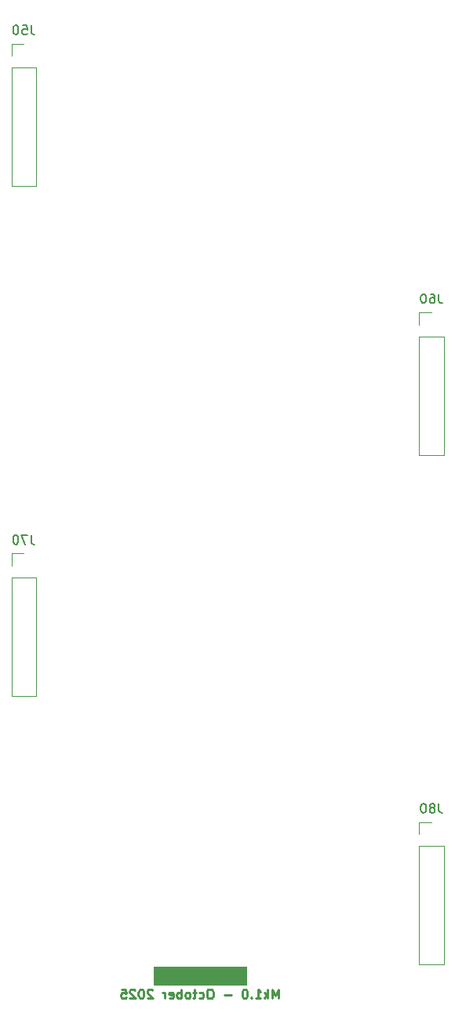
<source format=gbo>
%TF.GenerationSoftware,KiCad,Pcbnew,9.0.4*%
%TF.CreationDate,2025-10-04T20:25:53+02:00*%
%TF.ProjectId,DMH_VCA_Bank_PCB_2,444d485f-5643-4415-9f42-616e6b5f5043,1*%
%TF.SameCoordinates,Original*%
%TF.FileFunction,Legend,Bot*%
%TF.FilePolarity,Positive*%
%FSLAX46Y46*%
G04 Gerber Fmt 4.6, Leading zero omitted, Abs format (unit mm)*
G04 Created by KiCad (PCBNEW 9.0.4) date 2025-10-04 20:25:53*
%MOMM*%
%LPD*%
G01*
G04 APERTURE LIST*
%ADD10C,0.100000*%
%ADD11C,0.250000*%
%ADD12C,0.150000*%
%ADD13C,0.120000*%
%ADD14O,4.000000X4.200000*%
%ADD15C,1.800000*%
%ADD16R,1.800000X1.800000*%
%ADD17C,1.600000*%
%ADD18O,1.600000X1.600000*%
%ADD19O,2.720000X3.240000*%
%ADD20R,1.700000X1.700000*%
%ADD21O,1.700000X1.700000*%
G04 APERTURE END LIST*
D10*
X67000000Y-146250000D02*
X77000000Y-146250000D01*
X77000000Y-148250000D01*
X67000000Y-148250000D01*
X67000000Y-146250000D01*
G36*
X67000000Y-146250000D02*
G01*
X77000000Y-146250000D01*
X77000000Y-148250000D01*
X67000000Y-148250000D01*
X67000000Y-146250000D01*
G37*
D11*
X80476190Y-149699619D02*
X80476190Y-148699619D01*
X80476190Y-148699619D02*
X80142857Y-149413904D01*
X80142857Y-149413904D02*
X79809524Y-148699619D01*
X79809524Y-148699619D02*
X79809524Y-149699619D01*
X79333333Y-149699619D02*
X79333333Y-148699619D01*
X79238095Y-149318666D02*
X78952381Y-149699619D01*
X78952381Y-149032952D02*
X79333333Y-149413904D01*
X78000000Y-149699619D02*
X78571428Y-149699619D01*
X78285714Y-149699619D02*
X78285714Y-148699619D01*
X78285714Y-148699619D02*
X78380952Y-148842476D01*
X78380952Y-148842476D02*
X78476190Y-148937714D01*
X78476190Y-148937714D02*
X78571428Y-148985333D01*
X77571428Y-149604380D02*
X77523809Y-149652000D01*
X77523809Y-149652000D02*
X77571428Y-149699619D01*
X77571428Y-149699619D02*
X77619047Y-149652000D01*
X77619047Y-149652000D02*
X77571428Y-149604380D01*
X77571428Y-149604380D02*
X77571428Y-149699619D01*
X76904762Y-148699619D02*
X76809524Y-148699619D01*
X76809524Y-148699619D02*
X76714286Y-148747238D01*
X76714286Y-148747238D02*
X76666667Y-148794857D01*
X76666667Y-148794857D02*
X76619048Y-148890095D01*
X76619048Y-148890095D02*
X76571429Y-149080571D01*
X76571429Y-149080571D02*
X76571429Y-149318666D01*
X76571429Y-149318666D02*
X76619048Y-149509142D01*
X76619048Y-149509142D02*
X76666667Y-149604380D01*
X76666667Y-149604380D02*
X76714286Y-149652000D01*
X76714286Y-149652000D02*
X76809524Y-149699619D01*
X76809524Y-149699619D02*
X76904762Y-149699619D01*
X76904762Y-149699619D02*
X77000000Y-149652000D01*
X77000000Y-149652000D02*
X77047619Y-149604380D01*
X77047619Y-149604380D02*
X77095238Y-149509142D01*
X77095238Y-149509142D02*
X77142857Y-149318666D01*
X77142857Y-149318666D02*
X77142857Y-149080571D01*
X77142857Y-149080571D02*
X77095238Y-148890095D01*
X77095238Y-148890095D02*
X77047619Y-148794857D01*
X77047619Y-148794857D02*
X77000000Y-148747238D01*
X77000000Y-148747238D02*
X76904762Y-148699619D01*
X75380952Y-149318666D02*
X74619048Y-149318666D01*
X73190476Y-148699619D02*
X73000000Y-148699619D01*
X73000000Y-148699619D02*
X72904762Y-148747238D01*
X72904762Y-148747238D02*
X72809524Y-148842476D01*
X72809524Y-148842476D02*
X72761905Y-149032952D01*
X72761905Y-149032952D02*
X72761905Y-149366285D01*
X72761905Y-149366285D02*
X72809524Y-149556761D01*
X72809524Y-149556761D02*
X72904762Y-149652000D01*
X72904762Y-149652000D02*
X73000000Y-149699619D01*
X73000000Y-149699619D02*
X73190476Y-149699619D01*
X73190476Y-149699619D02*
X73285714Y-149652000D01*
X73285714Y-149652000D02*
X73380952Y-149556761D01*
X73380952Y-149556761D02*
X73428571Y-149366285D01*
X73428571Y-149366285D02*
X73428571Y-149032952D01*
X73428571Y-149032952D02*
X73380952Y-148842476D01*
X73380952Y-148842476D02*
X73285714Y-148747238D01*
X73285714Y-148747238D02*
X73190476Y-148699619D01*
X71904762Y-149652000D02*
X72000000Y-149699619D01*
X72000000Y-149699619D02*
X72190476Y-149699619D01*
X72190476Y-149699619D02*
X72285714Y-149652000D01*
X72285714Y-149652000D02*
X72333333Y-149604380D01*
X72333333Y-149604380D02*
X72380952Y-149509142D01*
X72380952Y-149509142D02*
X72380952Y-149223428D01*
X72380952Y-149223428D02*
X72333333Y-149128190D01*
X72333333Y-149128190D02*
X72285714Y-149080571D01*
X72285714Y-149080571D02*
X72190476Y-149032952D01*
X72190476Y-149032952D02*
X72000000Y-149032952D01*
X72000000Y-149032952D02*
X71904762Y-149080571D01*
X71619047Y-149032952D02*
X71238095Y-149032952D01*
X71476190Y-148699619D02*
X71476190Y-149556761D01*
X71476190Y-149556761D02*
X71428571Y-149652000D01*
X71428571Y-149652000D02*
X71333333Y-149699619D01*
X71333333Y-149699619D02*
X71238095Y-149699619D01*
X70761904Y-149699619D02*
X70857142Y-149652000D01*
X70857142Y-149652000D02*
X70904761Y-149604380D01*
X70904761Y-149604380D02*
X70952380Y-149509142D01*
X70952380Y-149509142D02*
X70952380Y-149223428D01*
X70952380Y-149223428D02*
X70904761Y-149128190D01*
X70904761Y-149128190D02*
X70857142Y-149080571D01*
X70857142Y-149080571D02*
X70761904Y-149032952D01*
X70761904Y-149032952D02*
X70619047Y-149032952D01*
X70619047Y-149032952D02*
X70523809Y-149080571D01*
X70523809Y-149080571D02*
X70476190Y-149128190D01*
X70476190Y-149128190D02*
X70428571Y-149223428D01*
X70428571Y-149223428D02*
X70428571Y-149509142D01*
X70428571Y-149509142D02*
X70476190Y-149604380D01*
X70476190Y-149604380D02*
X70523809Y-149652000D01*
X70523809Y-149652000D02*
X70619047Y-149699619D01*
X70619047Y-149699619D02*
X70761904Y-149699619D01*
X69999999Y-149699619D02*
X69999999Y-148699619D01*
X69999999Y-149080571D02*
X69904761Y-149032952D01*
X69904761Y-149032952D02*
X69714285Y-149032952D01*
X69714285Y-149032952D02*
X69619047Y-149080571D01*
X69619047Y-149080571D02*
X69571428Y-149128190D01*
X69571428Y-149128190D02*
X69523809Y-149223428D01*
X69523809Y-149223428D02*
X69523809Y-149509142D01*
X69523809Y-149509142D02*
X69571428Y-149604380D01*
X69571428Y-149604380D02*
X69619047Y-149652000D01*
X69619047Y-149652000D02*
X69714285Y-149699619D01*
X69714285Y-149699619D02*
X69904761Y-149699619D01*
X69904761Y-149699619D02*
X69999999Y-149652000D01*
X68714285Y-149652000D02*
X68809523Y-149699619D01*
X68809523Y-149699619D02*
X68999999Y-149699619D01*
X68999999Y-149699619D02*
X69095237Y-149652000D01*
X69095237Y-149652000D02*
X69142856Y-149556761D01*
X69142856Y-149556761D02*
X69142856Y-149175809D01*
X69142856Y-149175809D02*
X69095237Y-149080571D01*
X69095237Y-149080571D02*
X68999999Y-149032952D01*
X68999999Y-149032952D02*
X68809523Y-149032952D01*
X68809523Y-149032952D02*
X68714285Y-149080571D01*
X68714285Y-149080571D02*
X68666666Y-149175809D01*
X68666666Y-149175809D02*
X68666666Y-149271047D01*
X68666666Y-149271047D02*
X69142856Y-149366285D01*
X68238094Y-149699619D02*
X68238094Y-149032952D01*
X68238094Y-149223428D02*
X68190475Y-149128190D01*
X68190475Y-149128190D02*
X68142856Y-149080571D01*
X68142856Y-149080571D02*
X68047618Y-149032952D01*
X68047618Y-149032952D02*
X67952380Y-149032952D01*
X66904760Y-148794857D02*
X66857141Y-148747238D01*
X66857141Y-148747238D02*
X66761903Y-148699619D01*
X66761903Y-148699619D02*
X66523808Y-148699619D01*
X66523808Y-148699619D02*
X66428570Y-148747238D01*
X66428570Y-148747238D02*
X66380951Y-148794857D01*
X66380951Y-148794857D02*
X66333332Y-148890095D01*
X66333332Y-148890095D02*
X66333332Y-148985333D01*
X66333332Y-148985333D02*
X66380951Y-149128190D01*
X66380951Y-149128190D02*
X66952379Y-149699619D01*
X66952379Y-149699619D02*
X66333332Y-149699619D01*
X65714284Y-148699619D02*
X65619046Y-148699619D01*
X65619046Y-148699619D02*
X65523808Y-148747238D01*
X65523808Y-148747238D02*
X65476189Y-148794857D01*
X65476189Y-148794857D02*
X65428570Y-148890095D01*
X65428570Y-148890095D02*
X65380951Y-149080571D01*
X65380951Y-149080571D02*
X65380951Y-149318666D01*
X65380951Y-149318666D02*
X65428570Y-149509142D01*
X65428570Y-149509142D02*
X65476189Y-149604380D01*
X65476189Y-149604380D02*
X65523808Y-149652000D01*
X65523808Y-149652000D02*
X65619046Y-149699619D01*
X65619046Y-149699619D02*
X65714284Y-149699619D01*
X65714284Y-149699619D02*
X65809522Y-149652000D01*
X65809522Y-149652000D02*
X65857141Y-149604380D01*
X65857141Y-149604380D02*
X65904760Y-149509142D01*
X65904760Y-149509142D02*
X65952379Y-149318666D01*
X65952379Y-149318666D02*
X65952379Y-149080571D01*
X65952379Y-149080571D02*
X65904760Y-148890095D01*
X65904760Y-148890095D02*
X65857141Y-148794857D01*
X65857141Y-148794857D02*
X65809522Y-148747238D01*
X65809522Y-148747238D02*
X65714284Y-148699619D01*
X64999998Y-148794857D02*
X64952379Y-148747238D01*
X64952379Y-148747238D02*
X64857141Y-148699619D01*
X64857141Y-148699619D02*
X64619046Y-148699619D01*
X64619046Y-148699619D02*
X64523808Y-148747238D01*
X64523808Y-148747238D02*
X64476189Y-148794857D01*
X64476189Y-148794857D02*
X64428570Y-148890095D01*
X64428570Y-148890095D02*
X64428570Y-148985333D01*
X64428570Y-148985333D02*
X64476189Y-149128190D01*
X64476189Y-149128190D02*
X65047617Y-149699619D01*
X65047617Y-149699619D02*
X64428570Y-149699619D01*
X63523808Y-148699619D02*
X63999998Y-148699619D01*
X63999998Y-148699619D02*
X64047617Y-149175809D01*
X64047617Y-149175809D02*
X63999998Y-149128190D01*
X63999998Y-149128190D02*
X63904760Y-149080571D01*
X63904760Y-149080571D02*
X63666665Y-149080571D01*
X63666665Y-149080571D02*
X63571427Y-149128190D01*
X63571427Y-149128190D02*
X63523808Y-149175809D01*
X63523808Y-149175809D02*
X63476189Y-149271047D01*
X63476189Y-149271047D02*
X63476189Y-149509142D01*
X63476189Y-149509142D02*
X63523808Y-149604380D01*
X63523808Y-149604380D02*
X63571427Y-149652000D01*
X63571427Y-149652000D02*
X63666665Y-149699619D01*
X63666665Y-149699619D02*
X63904760Y-149699619D01*
X63904760Y-149699619D02*
X63999998Y-149652000D01*
X63999998Y-149652000D02*
X64047617Y-149604380D01*
D12*
X97809523Y-73684819D02*
X97809523Y-74399104D01*
X97809523Y-74399104D02*
X97857142Y-74541961D01*
X97857142Y-74541961D02*
X97952380Y-74637200D01*
X97952380Y-74637200D02*
X98095237Y-74684819D01*
X98095237Y-74684819D02*
X98190475Y-74684819D01*
X96904761Y-73684819D02*
X97095237Y-73684819D01*
X97095237Y-73684819D02*
X97190475Y-73732438D01*
X97190475Y-73732438D02*
X97238094Y-73780057D01*
X97238094Y-73780057D02*
X97333332Y-73922914D01*
X97333332Y-73922914D02*
X97380951Y-74113390D01*
X97380951Y-74113390D02*
X97380951Y-74494342D01*
X97380951Y-74494342D02*
X97333332Y-74589580D01*
X97333332Y-74589580D02*
X97285713Y-74637200D01*
X97285713Y-74637200D02*
X97190475Y-74684819D01*
X97190475Y-74684819D02*
X96999999Y-74684819D01*
X96999999Y-74684819D02*
X96904761Y-74637200D01*
X96904761Y-74637200D02*
X96857142Y-74589580D01*
X96857142Y-74589580D02*
X96809523Y-74494342D01*
X96809523Y-74494342D02*
X96809523Y-74256247D01*
X96809523Y-74256247D02*
X96857142Y-74161009D01*
X96857142Y-74161009D02*
X96904761Y-74113390D01*
X96904761Y-74113390D02*
X96999999Y-74065771D01*
X96999999Y-74065771D02*
X97190475Y-74065771D01*
X97190475Y-74065771D02*
X97285713Y-74113390D01*
X97285713Y-74113390D02*
X97333332Y-74161009D01*
X97333332Y-74161009D02*
X97380951Y-74256247D01*
X96190475Y-73684819D02*
X96095237Y-73684819D01*
X96095237Y-73684819D02*
X95999999Y-73732438D01*
X95999999Y-73732438D02*
X95952380Y-73780057D01*
X95952380Y-73780057D02*
X95904761Y-73875295D01*
X95904761Y-73875295D02*
X95857142Y-74065771D01*
X95857142Y-74065771D02*
X95857142Y-74303866D01*
X95857142Y-74303866D02*
X95904761Y-74494342D01*
X95904761Y-74494342D02*
X95952380Y-74589580D01*
X95952380Y-74589580D02*
X95999999Y-74637200D01*
X95999999Y-74637200D02*
X96095237Y-74684819D01*
X96095237Y-74684819D02*
X96190475Y-74684819D01*
X96190475Y-74684819D02*
X96285713Y-74637200D01*
X96285713Y-74637200D02*
X96333332Y-74589580D01*
X96333332Y-74589580D02*
X96380951Y-74494342D01*
X96380951Y-74494342D02*
X96428570Y-74303866D01*
X96428570Y-74303866D02*
X96428570Y-74065771D01*
X96428570Y-74065771D02*
X96380951Y-73875295D01*
X96380951Y-73875295D02*
X96333332Y-73780057D01*
X96333332Y-73780057D02*
X96285713Y-73732438D01*
X96285713Y-73732438D02*
X96190475Y-73684819D01*
X53809523Y-99684819D02*
X53809523Y-100399104D01*
X53809523Y-100399104D02*
X53857142Y-100541961D01*
X53857142Y-100541961D02*
X53952380Y-100637200D01*
X53952380Y-100637200D02*
X54095237Y-100684819D01*
X54095237Y-100684819D02*
X54190475Y-100684819D01*
X53428570Y-99684819D02*
X52761904Y-99684819D01*
X52761904Y-99684819D02*
X53190475Y-100684819D01*
X52190475Y-99684819D02*
X52095237Y-99684819D01*
X52095237Y-99684819D02*
X51999999Y-99732438D01*
X51999999Y-99732438D02*
X51952380Y-99780057D01*
X51952380Y-99780057D02*
X51904761Y-99875295D01*
X51904761Y-99875295D02*
X51857142Y-100065771D01*
X51857142Y-100065771D02*
X51857142Y-100303866D01*
X51857142Y-100303866D02*
X51904761Y-100494342D01*
X51904761Y-100494342D02*
X51952380Y-100589580D01*
X51952380Y-100589580D02*
X51999999Y-100637200D01*
X51999999Y-100637200D02*
X52095237Y-100684819D01*
X52095237Y-100684819D02*
X52190475Y-100684819D01*
X52190475Y-100684819D02*
X52285713Y-100637200D01*
X52285713Y-100637200D02*
X52333332Y-100589580D01*
X52333332Y-100589580D02*
X52380951Y-100494342D01*
X52380951Y-100494342D02*
X52428570Y-100303866D01*
X52428570Y-100303866D02*
X52428570Y-100065771D01*
X52428570Y-100065771D02*
X52380951Y-99875295D01*
X52380951Y-99875295D02*
X52333332Y-99780057D01*
X52333332Y-99780057D02*
X52285713Y-99732438D01*
X52285713Y-99732438D02*
X52190475Y-99684819D01*
X53809523Y-44684819D02*
X53809523Y-45399104D01*
X53809523Y-45399104D02*
X53857142Y-45541961D01*
X53857142Y-45541961D02*
X53952380Y-45637200D01*
X53952380Y-45637200D02*
X54095237Y-45684819D01*
X54095237Y-45684819D02*
X54190475Y-45684819D01*
X52857142Y-44684819D02*
X53333332Y-44684819D01*
X53333332Y-44684819D02*
X53380951Y-45161009D01*
X53380951Y-45161009D02*
X53333332Y-45113390D01*
X53333332Y-45113390D02*
X53238094Y-45065771D01*
X53238094Y-45065771D02*
X52999999Y-45065771D01*
X52999999Y-45065771D02*
X52904761Y-45113390D01*
X52904761Y-45113390D02*
X52857142Y-45161009D01*
X52857142Y-45161009D02*
X52809523Y-45256247D01*
X52809523Y-45256247D02*
X52809523Y-45494342D01*
X52809523Y-45494342D02*
X52857142Y-45589580D01*
X52857142Y-45589580D02*
X52904761Y-45637200D01*
X52904761Y-45637200D02*
X52999999Y-45684819D01*
X52999999Y-45684819D02*
X53238094Y-45684819D01*
X53238094Y-45684819D02*
X53333332Y-45637200D01*
X53333332Y-45637200D02*
X53380951Y-45589580D01*
X52190475Y-44684819D02*
X52095237Y-44684819D01*
X52095237Y-44684819D02*
X51999999Y-44732438D01*
X51999999Y-44732438D02*
X51952380Y-44780057D01*
X51952380Y-44780057D02*
X51904761Y-44875295D01*
X51904761Y-44875295D02*
X51857142Y-45065771D01*
X51857142Y-45065771D02*
X51857142Y-45303866D01*
X51857142Y-45303866D02*
X51904761Y-45494342D01*
X51904761Y-45494342D02*
X51952380Y-45589580D01*
X51952380Y-45589580D02*
X51999999Y-45637200D01*
X51999999Y-45637200D02*
X52095237Y-45684819D01*
X52095237Y-45684819D02*
X52190475Y-45684819D01*
X52190475Y-45684819D02*
X52285713Y-45637200D01*
X52285713Y-45637200D02*
X52333332Y-45589580D01*
X52333332Y-45589580D02*
X52380951Y-45494342D01*
X52380951Y-45494342D02*
X52428570Y-45303866D01*
X52428570Y-45303866D02*
X52428570Y-45065771D01*
X52428570Y-45065771D02*
X52380951Y-44875295D01*
X52380951Y-44875295D02*
X52333332Y-44780057D01*
X52333332Y-44780057D02*
X52285713Y-44732438D01*
X52285713Y-44732438D02*
X52190475Y-44684819D01*
X97809523Y-128684819D02*
X97809523Y-129399104D01*
X97809523Y-129399104D02*
X97857142Y-129541961D01*
X97857142Y-129541961D02*
X97952380Y-129637200D01*
X97952380Y-129637200D02*
X98095237Y-129684819D01*
X98095237Y-129684819D02*
X98190475Y-129684819D01*
X97190475Y-129113390D02*
X97285713Y-129065771D01*
X97285713Y-129065771D02*
X97333332Y-129018152D01*
X97333332Y-129018152D02*
X97380951Y-128922914D01*
X97380951Y-128922914D02*
X97380951Y-128875295D01*
X97380951Y-128875295D02*
X97333332Y-128780057D01*
X97333332Y-128780057D02*
X97285713Y-128732438D01*
X97285713Y-128732438D02*
X97190475Y-128684819D01*
X97190475Y-128684819D02*
X96999999Y-128684819D01*
X96999999Y-128684819D02*
X96904761Y-128732438D01*
X96904761Y-128732438D02*
X96857142Y-128780057D01*
X96857142Y-128780057D02*
X96809523Y-128875295D01*
X96809523Y-128875295D02*
X96809523Y-128922914D01*
X96809523Y-128922914D02*
X96857142Y-129018152D01*
X96857142Y-129018152D02*
X96904761Y-129065771D01*
X96904761Y-129065771D02*
X96999999Y-129113390D01*
X96999999Y-129113390D02*
X97190475Y-129113390D01*
X97190475Y-129113390D02*
X97285713Y-129161009D01*
X97285713Y-129161009D02*
X97333332Y-129208628D01*
X97333332Y-129208628D02*
X97380951Y-129303866D01*
X97380951Y-129303866D02*
X97380951Y-129494342D01*
X97380951Y-129494342D02*
X97333332Y-129589580D01*
X97333332Y-129589580D02*
X97285713Y-129637200D01*
X97285713Y-129637200D02*
X97190475Y-129684819D01*
X97190475Y-129684819D02*
X96999999Y-129684819D01*
X96999999Y-129684819D02*
X96904761Y-129637200D01*
X96904761Y-129637200D02*
X96857142Y-129589580D01*
X96857142Y-129589580D02*
X96809523Y-129494342D01*
X96809523Y-129494342D02*
X96809523Y-129303866D01*
X96809523Y-129303866D02*
X96857142Y-129208628D01*
X96857142Y-129208628D02*
X96904761Y-129161009D01*
X96904761Y-129161009D02*
X96999999Y-129113390D01*
X96190475Y-128684819D02*
X96095237Y-128684819D01*
X96095237Y-128684819D02*
X95999999Y-128732438D01*
X95999999Y-128732438D02*
X95952380Y-128780057D01*
X95952380Y-128780057D02*
X95904761Y-128875295D01*
X95904761Y-128875295D02*
X95857142Y-129065771D01*
X95857142Y-129065771D02*
X95857142Y-129303866D01*
X95857142Y-129303866D02*
X95904761Y-129494342D01*
X95904761Y-129494342D02*
X95952380Y-129589580D01*
X95952380Y-129589580D02*
X95999999Y-129637200D01*
X95999999Y-129637200D02*
X96095237Y-129684819D01*
X96095237Y-129684819D02*
X96190475Y-129684819D01*
X96190475Y-129684819D02*
X96285713Y-129637200D01*
X96285713Y-129637200D02*
X96333332Y-129589580D01*
X96333332Y-129589580D02*
X96380951Y-129494342D01*
X96380951Y-129494342D02*
X96428570Y-129303866D01*
X96428570Y-129303866D02*
X96428570Y-129065771D01*
X96428570Y-129065771D02*
X96380951Y-128875295D01*
X96380951Y-128875295D02*
X96333332Y-128780057D01*
X96333332Y-128780057D02*
X96285713Y-128732438D01*
X96285713Y-128732438D02*
X96190475Y-128684819D01*
D13*
%TO.C,J60*%
X95670000Y-75670000D02*
X95670000Y-77000000D01*
X95670000Y-78270000D02*
X95670000Y-91030000D01*
X97000000Y-75670000D02*
X95670000Y-75670000D01*
X98330000Y-78270000D02*
X95670000Y-78270000D01*
X98330000Y-78270000D02*
X98330000Y-91030000D01*
X98330000Y-91030000D02*
X95670000Y-91030000D01*
%TO.C,J70*%
X51670000Y-101670000D02*
X51670000Y-103000000D01*
X51670000Y-104270000D02*
X51670000Y-117030000D01*
X53000000Y-101670000D02*
X51670000Y-101670000D01*
X54330000Y-104270000D02*
X51670000Y-104270000D01*
X54330000Y-104270000D02*
X54330000Y-117030000D01*
X54330000Y-117030000D02*
X51670000Y-117030000D01*
%TO.C,J50*%
X51670000Y-46670000D02*
X51670000Y-48000000D01*
X51670000Y-49270000D02*
X51670000Y-62030000D01*
X53000000Y-46670000D02*
X51670000Y-46670000D01*
X54330000Y-49270000D02*
X51670000Y-49270000D01*
X54330000Y-49270000D02*
X54330000Y-62030000D01*
X54330000Y-62030000D02*
X51670000Y-62030000D01*
%TO.C,J80*%
X95670000Y-130670000D02*
X95670000Y-132000000D01*
X95670000Y-133270000D02*
X95670000Y-146030000D01*
X97000000Y-130670000D02*
X95670000Y-130670000D01*
X98330000Y-133270000D02*
X95670000Y-133270000D01*
X98330000Y-133270000D02*
X98330000Y-146030000D01*
X98330000Y-146030000D02*
X95670000Y-146030000D01*
%TD*%
%LPC*%
D14*
%TO.C,RV7*%
X81700000Y-54500000D03*
D15*
X91250000Y-65500000D03*
D14*
X93300000Y-54500000D03*
D16*
X83750000Y-65500000D03*
D15*
X86250000Y-65500000D03*
X88750000Y-65500000D03*
%TD*%
D17*
%TO.C,R53*%
X58690000Y-46000000D03*
D18*
X66310000Y-46000000D03*
%TD*%
D14*
%TO.C,RV13*%
X81700000Y-137000000D03*
D15*
X91250000Y-148000000D03*
D14*
X93300000Y-137000000D03*
D16*
X83750000Y-148000000D03*
D15*
X86250000Y-148000000D03*
X88750000Y-148000000D03*
%TD*%
D17*
%TO.C,R56*%
X58690000Y-128500000D03*
D18*
X66310000Y-128500000D03*
%TD*%
D14*
%TO.C,RV9*%
X81700000Y-109500000D03*
D15*
X91250000Y-120500000D03*
D14*
X93300000Y-109500000D03*
D16*
X83750000Y-120500000D03*
D15*
X86250000Y-120500000D03*
X88750000Y-120500000D03*
%TD*%
D19*
%TO.C,RV5*%
X57700000Y-82000000D03*
X67300000Y-82000000D03*
D16*
X60000000Y-89500000D03*
D15*
X62500000Y-89500000D03*
X65000000Y-89500000D03*
%TD*%
D20*
%TO.C,J0*%
X97000000Y-120000000D03*
%TD*%
D19*
%TO.C,RV14*%
X57700000Y-137000000D03*
X67300000Y-137000000D03*
D16*
X60000000Y-144500000D03*
D15*
X62500000Y-144500000D03*
X65000000Y-144500000D03*
%TD*%
D17*
%TO.C,R55*%
X58690000Y-101000000D03*
D18*
X66310000Y-101000000D03*
%TD*%
D14*
%TO.C,RV8*%
X81700000Y-82000000D03*
D15*
X91250000Y-93000000D03*
D14*
X93300000Y-82000000D03*
D16*
X83750000Y-93000000D03*
D15*
X86250000Y-93000000D03*
X88750000Y-93000000D03*
%TD*%
D19*
%TO.C,RV6*%
X57700000Y-109500000D03*
X67300000Y-109500000D03*
D16*
X60000000Y-117000000D03*
D15*
X62500000Y-117000000D03*
X65000000Y-117000000D03*
%TD*%
D17*
%TO.C,R54*%
X58690000Y-73550000D03*
D18*
X66310000Y-73550000D03*
%TD*%
D19*
%TO.C,RV4*%
X57700000Y-54500000D03*
X67300000Y-54500000D03*
D16*
X60000000Y-62000000D03*
D15*
X62500000Y-62000000D03*
X65000000Y-62000000D03*
%TD*%
D20*
%TO.C,J60*%
X97000000Y-77000000D03*
D21*
X97000000Y-79540000D03*
X97000000Y-82080000D03*
X97000000Y-84620000D03*
X97000000Y-87160000D03*
X97000000Y-89700000D03*
%TD*%
D20*
%TO.C,J70*%
X53000000Y-103000000D03*
D21*
X53000000Y-105540000D03*
X53000000Y-108080000D03*
X53000000Y-110620000D03*
X53000000Y-113160000D03*
X53000000Y-115700000D03*
%TD*%
D20*
%TO.C,J50*%
X53000000Y-48000000D03*
D21*
X53000000Y-50540000D03*
X53000000Y-53080000D03*
X53000000Y-55620000D03*
X53000000Y-58160000D03*
X53000000Y-60700000D03*
%TD*%
D20*
%TO.C,J80*%
X97000000Y-132000000D03*
D21*
X97000000Y-134540000D03*
X97000000Y-137080000D03*
X97000000Y-139620000D03*
X97000000Y-142160000D03*
X97000000Y-144700000D03*
%TD*%
%LPD*%
M02*

</source>
